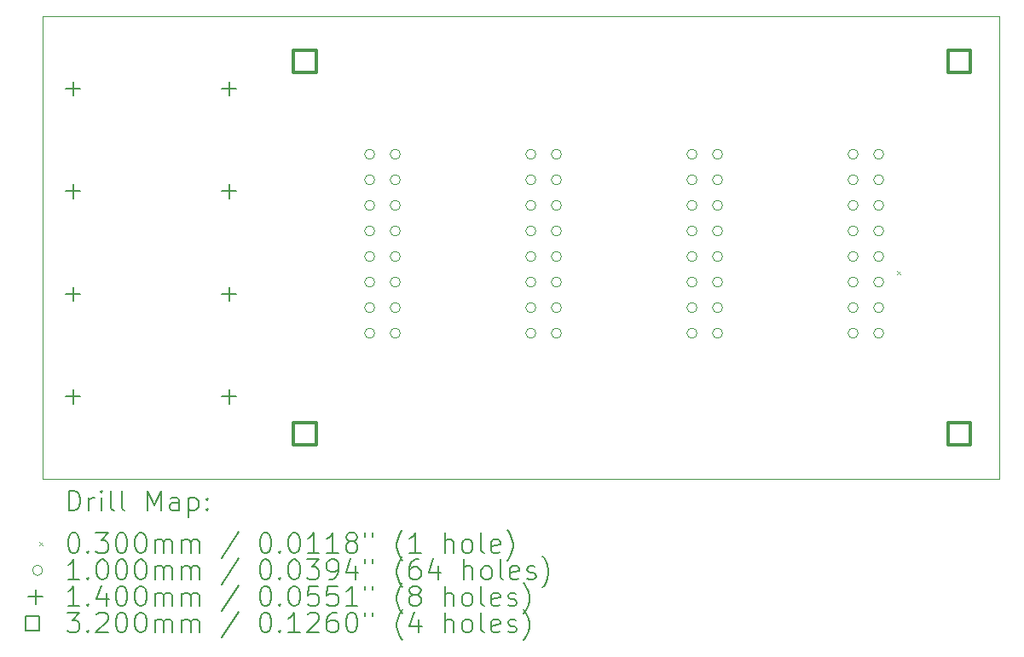
<source format=gbr>
%TF.GenerationSoftware,KiCad,Pcbnew,9.0.7-1.fc42*%
%TF.CreationDate,2026-02-18T17:36:39+01:00*%
%TF.ProjectId,bananabus,62616e61-6e61-4627-9573-2e6b69636164,rev?*%
%TF.SameCoordinates,Original*%
%TF.FileFunction,Drillmap*%
%TF.FilePolarity,Positive*%
%FSLAX45Y45*%
G04 Gerber Fmt 4.5, Leading zero omitted, Abs format (unit mm)*
G04 Created by KiCad (PCBNEW 9.0.7-1.fc42) date 2026-02-18 17:36:39*
%MOMM*%
%LPD*%
G01*
G04 APERTURE LIST*
%ADD10C,0.050000*%
%ADD11C,0.200000*%
%ADD12C,0.100000*%
%ADD13C,0.140000*%
%ADD14C,0.320000*%
G04 APERTURE END LIST*
D10*
X10100000Y-5550000D02*
X19600000Y-5550000D01*
X19600000Y-10150000D01*
X10100000Y-10150000D01*
X10100000Y-5550000D01*
D11*
D12*
X18585000Y-8085000D02*
X18615000Y-8115000D01*
X18615000Y-8085000D02*
X18585000Y-8115000D01*
X13396000Y-6922000D02*
G75*
G02*
X13296000Y-6922000I-50000J0D01*
G01*
X13296000Y-6922000D02*
G75*
G02*
X13396000Y-6922000I50000J0D01*
G01*
X13396000Y-7176000D02*
G75*
G02*
X13296000Y-7176000I-50000J0D01*
G01*
X13296000Y-7176000D02*
G75*
G02*
X13396000Y-7176000I50000J0D01*
G01*
X13396000Y-7430000D02*
G75*
G02*
X13296000Y-7430000I-50000J0D01*
G01*
X13296000Y-7430000D02*
G75*
G02*
X13396000Y-7430000I50000J0D01*
G01*
X13396000Y-7684000D02*
G75*
G02*
X13296000Y-7684000I-50000J0D01*
G01*
X13296000Y-7684000D02*
G75*
G02*
X13396000Y-7684000I50000J0D01*
G01*
X13396000Y-7938000D02*
G75*
G02*
X13296000Y-7938000I-50000J0D01*
G01*
X13296000Y-7938000D02*
G75*
G02*
X13396000Y-7938000I50000J0D01*
G01*
X13396000Y-8192000D02*
G75*
G02*
X13296000Y-8192000I-50000J0D01*
G01*
X13296000Y-8192000D02*
G75*
G02*
X13396000Y-8192000I50000J0D01*
G01*
X13396000Y-8446000D02*
G75*
G02*
X13296000Y-8446000I-50000J0D01*
G01*
X13296000Y-8446000D02*
G75*
G02*
X13396000Y-8446000I50000J0D01*
G01*
X13396000Y-8700000D02*
G75*
G02*
X13296000Y-8700000I-50000J0D01*
G01*
X13296000Y-8700000D02*
G75*
G02*
X13396000Y-8700000I50000J0D01*
G01*
X13650000Y-6922000D02*
G75*
G02*
X13550000Y-6922000I-50000J0D01*
G01*
X13550000Y-6922000D02*
G75*
G02*
X13650000Y-6922000I50000J0D01*
G01*
X13650000Y-7176000D02*
G75*
G02*
X13550000Y-7176000I-50000J0D01*
G01*
X13550000Y-7176000D02*
G75*
G02*
X13650000Y-7176000I50000J0D01*
G01*
X13650000Y-7430000D02*
G75*
G02*
X13550000Y-7430000I-50000J0D01*
G01*
X13550000Y-7430000D02*
G75*
G02*
X13650000Y-7430000I50000J0D01*
G01*
X13650000Y-7684000D02*
G75*
G02*
X13550000Y-7684000I-50000J0D01*
G01*
X13550000Y-7684000D02*
G75*
G02*
X13650000Y-7684000I50000J0D01*
G01*
X13650000Y-7938000D02*
G75*
G02*
X13550000Y-7938000I-50000J0D01*
G01*
X13550000Y-7938000D02*
G75*
G02*
X13650000Y-7938000I50000J0D01*
G01*
X13650000Y-8192000D02*
G75*
G02*
X13550000Y-8192000I-50000J0D01*
G01*
X13550000Y-8192000D02*
G75*
G02*
X13650000Y-8192000I50000J0D01*
G01*
X13650000Y-8446000D02*
G75*
G02*
X13550000Y-8446000I-50000J0D01*
G01*
X13550000Y-8446000D02*
G75*
G02*
X13650000Y-8446000I50000J0D01*
G01*
X13650000Y-8700000D02*
G75*
G02*
X13550000Y-8700000I-50000J0D01*
G01*
X13550000Y-8700000D02*
G75*
G02*
X13650000Y-8700000I50000J0D01*
G01*
X14996000Y-6922000D02*
G75*
G02*
X14896000Y-6922000I-50000J0D01*
G01*
X14896000Y-6922000D02*
G75*
G02*
X14996000Y-6922000I50000J0D01*
G01*
X14996000Y-7176000D02*
G75*
G02*
X14896000Y-7176000I-50000J0D01*
G01*
X14896000Y-7176000D02*
G75*
G02*
X14996000Y-7176000I50000J0D01*
G01*
X14996000Y-7430000D02*
G75*
G02*
X14896000Y-7430000I-50000J0D01*
G01*
X14896000Y-7430000D02*
G75*
G02*
X14996000Y-7430000I50000J0D01*
G01*
X14996000Y-7684000D02*
G75*
G02*
X14896000Y-7684000I-50000J0D01*
G01*
X14896000Y-7684000D02*
G75*
G02*
X14996000Y-7684000I50000J0D01*
G01*
X14996000Y-7938000D02*
G75*
G02*
X14896000Y-7938000I-50000J0D01*
G01*
X14896000Y-7938000D02*
G75*
G02*
X14996000Y-7938000I50000J0D01*
G01*
X14996000Y-8192000D02*
G75*
G02*
X14896000Y-8192000I-50000J0D01*
G01*
X14896000Y-8192000D02*
G75*
G02*
X14996000Y-8192000I50000J0D01*
G01*
X14996000Y-8446000D02*
G75*
G02*
X14896000Y-8446000I-50000J0D01*
G01*
X14896000Y-8446000D02*
G75*
G02*
X14996000Y-8446000I50000J0D01*
G01*
X14996000Y-8700000D02*
G75*
G02*
X14896000Y-8700000I-50000J0D01*
G01*
X14896000Y-8700000D02*
G75*
G02*
X14996000Y-8700000I50000J0D01*
G01*
X15250000Y-6922000D02*
G75*
G02*
X15150000Y-6922000I-50000J0D01*
G01*
X15150000Y-6922000D02*
G75*
G02*
X15250000Y-6922000I50000J0D01*
G01*
X15250000Y-7176000D02*
G75*
G02*
X15150000Y-7176000I-50000J0D01*
G01*
X15150000Y-7176000D02*
G75*
G02*
X15250000Y-7176000I50000J0D01*
G01*
X15250000Y-7430000D02*
G75*
G02*
X15150000Y-7430000I-50000J0D01*
G01*
X15150000Y-7430000D02*
G75*
G02*
X15250000Y-7430000I50000J0D01*
G01*
X15250000Y-7684000D02*
G75*
G02*
X15150000Y-7684000I-50000J0D01*
G01*
X15150000Y-7684000D02*
G75*
G02*
X15250000Y-7684000I50000J0D01*
G01*
X15250000Y-7938000D02*
G75*
G02*
X15150000Y-7938000I-50000J0D01*
G01*
X15150000Y-7938000D02*
G75*
G02*
X15250000Y-7938000I50000J0D01*
G01*
X15250000Y-8192000D02*
G75*
G02*
X15150000Y-8192000I-50000J0D01*
G01*
X15150000Y-8192000D02*
G75*
G02*
X15250000Y-8192000I50000J0D01*
G01*
X15250000Y-8446000D02*
G75*
G02*
X15150000Y-8446000I-50000J0D01*
G01*
X15150000Y-8446000D02*
G75*
G02*
X15250000Y-8446000I50000J0D01*
G01*
X15250000Y-8700000D02*
G75*
G02*
X15150000Y-8700000I-50000J0D01*
G01*
X15150000Y-8700000D02*
G75*
G02*
X15250000Y-8700000I50000J0D01*
G01*
X16596000Y-6922000D02*
G75*
G02*
X16496000Y-6922000I-50000J0D01*
G01*
X16496000Y-6922000D02*
G75*
G02*
X16596000Y-6922000I50000J0D01*
G01*
X16596000Y-7176000D02*
G75*
G02*
X16496000Y-7176000I-50000J0D01*
G01*
X16496000Y-7176000D02*
G75*
G02*
X16596000Y-7176000I50000J0D01*
G01*
X16596000Y-7430000D02*
G75*
G02*
X16496000Y-7430000I-50000J0D01*
G01*
X16496000Y-7430000D02*
G75*
G02*
X16596000Y-7430000I50000J0D01*
G01*
X16596000Y-7684000D02*
G75*
G02*
X16496000Y-7684000I-50000J0D01*
G01*
X16496000Y-7684000D02*
G75*
G02*
X16596000Y-7684000I50000J0D01*
G01*
X16596000Y-7938000D02*
G75*
G02*
X16496000Y-7938000I-50000J0D01*
G01*
X16496000Y-7938000D02*
G75*
G02*
X16596000Y-7938000I50000J0D01*
G01*
X16596000Y-8192000D02*
G75*
G02*
X16496000Y-8192000I-50000J0D01*
G01*
X16496000Y-8192000D02*
G75*
G02*
X16596000Y-8192000I50000J0D01*
G01*
X16596000Y-8446000D02*
G75*
G02*
X16496000Y-8446000I-50000J0D01*
G01*
X16496000Y-8446000D02*
G75*
G02*
X16596000Y-8446000I50000J0D01*
G01*
X16596000Y-8700000D02*
G75*
G02*
X16496000Y-8700000I-50000J0D01*
G01*
X16496000Y-8700000D02*
G75*
G02*
X16596000Y-8700000I50000J0D01*
G01*
X16850000Y-6922000D02*
G75*
G02*
X16750000Y-6922000I-50000J0D01*
G01*
X16750000Y-6922000D02*
G75*
G02*
X16850000Y-6922000I50000J0D01*
G01*
X16850000Y-7176000D02*
G75*
G02*
X16750000Y-7176000I-50000J0D01*
G01*
X16750000Y-7176000D02*
G75*
G02*
X16850000Y-7176000I50000J0D01*
G01*
X16850000Y-7430000D02*
G75*
G02*
X16750000Y-7430000I-50000J0D01*
G01*
X16750000Y-7430000D02*
G75*
G02*
X16850000Y-7430000I50000J0D01*
G01*
X16850000Y-7684000D02*
G75*
G02*
X16750000Y-7684000I-50000J0D01*
G01*
X16750000Y-7684000D02*
G75*
G02*
X16850000Y-7684000I50000J0D01*
G01*
X16850000Y-7938000D02*
G75*
G02*
X16750000Y-7938000I-50000J0D01*
G01*
X16750000Y-7938000D02*
G75*
G02*
X16850000Y-7938000I50000J0D01*
G01*
X16850000Y-8192000D02*
G75*
G02*
X16750000Y-8192000I-50000J0D01*
G01*
X16750000Y-8192000D02*
G75*
G02*
X16850000Y-8192000I50000J0D01*
G01*
X16850000Y-8446000D02*
G75*
G02*
X16750000Y-8446000I-50000J0D01*
G01*
X16750000Y-8446000D02*
G75*
G02*
X16850000Y-8446000I50000J0D01*
G01*
X16850000Y-8700000D02*
G75*
G02*
X16750000Y-8700000I-50000J0D01*
G01*
X16750000Y-8700000D02*
G75*
G02*
X16850000Y-8700000I50000J0D01*
G01*
X18196000Y-6922000D02*
G75*
G02*
X18096000Y-6922000I-50000J0D01*
G01*
X18096000Y-6922000D02*
G75*
G02*
X18196000Y-6922000I50000J0D01*
G01*
X18196000Y-7176000D02*
G75*
G02*
X18096000Y-7176000I-50000J0D01*
G01*
X18096000Y-7176000D02*
G75*
G02*
X18196000Y-7176000I50000J0D01*
G01*
X18196000Y-7430000D02*
G75*
G02*
X18096000Y-7430000I-50000J0D01*
G01*
X18096000Y-7430000D02*
G75*
G02*
X18196000Y-7430000I50000J0D01*
G01*
X18196000Y-7684000D02*
G75*
G02*
X18096000Y-7684000I-50000J0D01*
G01*
X18096000Y-7684000D02*
G75*
G02*
X18196000Y-7684000I50000J0D01*
G01*
X18196000Y-7938000D02*
G75*
G02*
X18096000Y-7938000I-50000J0D01*
G01*
X18096000Y-7938000D02*
G75*
G02*
X18196000Y-7938000I50000J0D01*
G01*
X18196000Y-8192000D02*
G75*
G02*
X18096000Y-8192000I-50000J0D01*
G01*
X18096000Y-8192000D02*
G75*
G02*
X18196000Y-8192000I50000J0D01*
G01*
X18196000Y-8446000D02*
G75*
G02*
X18096000Y-8446000I-50000J0D01*
G01*
X18096000Y-8446000D02*
G75*
G02*
X18196000Y-8446000I50000J0D01*
G01*
X18196000Y-8700000D02*
G75*
G02*
X18096000Y-8700000I-50000J0D01*
G01*
X18096000Y-8700000D02*
G75*
G02*
X18196000Y-8700000I50000J0D01*
G01*
X18450000Y-6922000D02*
G75*
G02*
X18350000Y-6922000I-50000J0D01*
G01*
X18350000Y-6922000D02*
G75*
G02*
X18450000Y-6922000I50000J0D01*
G01*
X18450000Y-7176000D02*
G75*
G02*
X18350000Y-7176000I-50000J0D01*
G01*
X18350000Y-7176000D02*
G75*
G02*
X18450000Y-7176000I50000J0D01*
G01*
X18450000Y-7430000D02*
G75*
G02*
X18350000Y-7430000I-50000J0D01*
G01*
X18350000Y-7430000D02*
G75*
G02*
X18450000Y-7430000I50000J0D01*
G01*
X18450000Y-7684000D02*
G75*
G02*
X18350000Y-7684000I-50000J0D01*
G01*
X18350000Y-7684000D02*
G75*
G02*
X18450000Y-7684000I50000J0D01*
G01*
X18450000Y-7938000D02*
G75*
G02*
X18350000Y-7938000I-50000J0D01*
G01*
X18350000Y-7938000D02*
G75*
G02*
X18450000Y-7938000I50000J0D01*
G01*
X18450000Y-8192000D02*
G75*
G02*
X18350000Y-8192000I-50000J0D01*
G01*
X18350000Y-8192000D02*
G75*
G02*
X18450000Y-8192000I50000J0D01*
G01*
X18450000Y-8446000D02*
G75*
G02*
X18350000Y-8446000I-50000J0D01*
G01*
X18350000Y-8446000D02*
G75*
G02*
X18450000Y-8446000I50000J0D01*
G01*
X18450000Y-8700000D02*
G75*
G02*
X18350000Y-8700000I-50000J0D01*
G01*
X18350000Y-8700000D02*
G75*
G02*
X18450000Y-8700000I50000J0D01*
G01*
D13*
X10400000Y-6200000D02*
X10400000Y-6340000D01*
X10330000Y-6270000D02*
X10470000Y-6270000D01*
X10400000Y-7220000D02*
X10400000Y-7360000D01*
X10330000Y-7290000D02*
X10470000Y-7290000D01*
X10400000Y-8240000D02*
X10400000Y-8380000D01*
X10330000Y-8310000D02*
X10470000Y-8310000D01*
X10400000Y-9260000D02*
X10400000Y-9400000D01*
X10330000Y-9330000D02*
X10470000Y-9330000D01*
X11950000Y-6200000D02*
X11950000Y-6340000D01*
X11880000Y-6270000D02*
X12020000Y-6270000D01*
X11950000Y-7220000D02*
X11950000Y-7360000D01*
X11880000Y-7290000D02*
X12020000Y-7290000D01*
X11950000Y-8240000D02*
X11950000Y-8380000D01*
X11880000Y-8310000D02*
X12020000Y-8310000D01*
X11950000Y-9260000D02*
X11950000Y-9400000D01*
X11880000Y-9330000D02*
X12020000Y-9330000D01*
D14*
X12813138Y-6113138D02*
X12813138Y-5886862D01*
X12586862Y-5886862D01*
X12586862Y-6113138D01*
X12813138Y-6113138D01*
X12813138Y-9813138D02*
X12813138Y-9586862D01*
X12586862Y-9586862D01*
X12586862Y-9813138D01*
X12813138Y-9813138D01*
X19313138Y-6113138D02*
X19313138Y-5886862D01*
X19086862Y-5886862D01*
X19086862Y-6113138D01*
X19313138Y-6113138D01*
X19313138Y-9813138D02*
X19313138Y-9586862D01*
X19086862Y-9586862D01*
X19086862Y-9813138D01*
X19313138Y-9813138D01*
D11*
X10358277Y-10463984D02*
X10358277Y-10263984D01*
X10358277Y-10263984D02*
X10405896Y-10263984D01*
X10405896Y-10263984D02*
X10434467Y-10273508D01*
X10434467Y-10273508D02*
X10453515Y-10292555D01*
X10453515Y-10292555D02*
X10463039Y-10311603D01*
X10463039Y-10311603D02*
X10472563Y-10349698D01*
X10472563Y-10349698D02*
X10472563Y-10378270D01*
X10472563Y-10378270D02*
X10463039Y-10416365D01*
X10463039Y-10416365D02*
X10453515Y-10435412D01*
X10453515Y-10435412D02*
X10434467Y-10454460D01*
X10434467Y-10454460D02*
X10405896Y-10463984D01*
X10405896Y-10463984D02*
X10358277Y-10463984D01*
X10558277Y-10463984D02*
X10558277Y-10330650D01*
X10558277Y-10368746D02*
X10567801Y-10349698D01*
X10567801Y-10349698D02*
X10577324Y-10340174D01*
X10577324Y-10340174D02*
X10596372Y-10330650D01*
X10596372Y-10330650D02*
X10615420Y-10330650D01*
X10682086Y-10463984D02*
X10682086Y-10330650D01*
X10682086Y-10263984D02*
X10672563Y-10273508D01*
X10672563Y-10273508D02*
X10682086Y-10283031D01*
X10682086Y-10283031D02*
X10691610Y-10273508D01*
X10691610Y-10273508D02*
X10682086Y-10263984D01*
X10682086Y-10263984D02*
X10682086Y-10283031D01*
X10805896Y-10463984D02*
X10786848Y-10454460D01*
X10786848Y-10454460D02*
X10777324Y-10435412D01*
X10777324Y-10435412D02*
X10777324Y-10263984D01*
X10910658Y-10463984D02*
X10891610Y-10454460D01*
X10891610Y-10454460D02*
X10882086Y-10435412D01*
X10882086Y-10435412D02*
X10882086Y-10263984D01*
X11139229Y-10463984D02*
X11139229Y-10263984D01*
X11139229Y-10263984D02*
X11205896Y-10406841D01*
X11205896Y-10406841D02*
X11272562Y-10263984D01*
X11272562Y-10263984D02*
X11272562Y-10463984D01*
X11453515Y-10463984D02*
X11453515Y-10359222D01*
X11453515Y-10359222D02*
X11443991Y-10340174D01*
X11443991Y-10340174D02*
X11424943Y-10330650D01*
X11424943Y-10330650D02*
X11386848Y-10330650D01*
X11386848Y-10330650D02*
X11367801Y-10340174D01*
X11453515Y-10454460D02*
X11434467Y-10463984D01*
X11434467Y-10463984D02*
X11386848Y-10463984D01*
X11386848Y-10463984D02*
X11367801Y-10454460D01*
X11367801Y-10454460D02*
X11358277Y-10435412D01*
X11358277Y-10435412D02*
X11358277Y-10416365D01*
X11358277Y-10416365D02*
X11367801Y-10397317D01*
X11367801Y-10397317D02*
X11386848Y-10387793D01*
X11386848Y-10387793D02*
X11434467Y-10387793D01*
X11434467Y-10387793D02*
X11453515Y-10378270D01*
X11548753Y-10330650D02*
X11548753Y-10530650D01*
X11548753Y-10340174D02*
X11567801Y-10330650D01*
X11567801Y-10330650D02*
X11605896Y-10330650D01*
X11605896Y-10330650D02*
X11624943Y-10340174D01*
X11624943Y-10340174D02*
X11634467Y-10349698D01*
X11634467Y-10349698D02*
X11643991Y-10368746D01*
X11643991Y-10368746D02*
X11643991Y-10425889D01*
X11643991Y-10425889D02*
X11634467Y-10444936D01*
X11634467Y-10444936D02*
X11624943Y-10454460D01*
X11624943Y-10454460D02*
X11605896Y-10463984D01*
X11605896Y-10463984D02*
X11567801Y-10463984D01*
X11567801Y-10463984D02*
X11548753Y-10454460D01*
X11729705Y-10444936D02*
X11739229Y-10454460D01*
X11739229Y-10454460D02*
X11729705Y-10463984D01*
X11729705Y-10463984D02*
X11720182Y-10454460D01*
X11720182Y-10454460D02*
X11729705Y-10444936D01*
X11729705Y-10444936D02*
X11729705Y-10463984D01*
X11729705Y-10340174D02*
X11739229Y-10349698D01*
X11739229Y-10349698D02*
X11729705Y-10359222D01*
X11729705Y-10359222D02*
X11720182Y-10349698D01*
X11720182Y-10349698D02*
X11729705Y-10340174D01*
X11729705Y-10340174D02*
X11729705Y-10359222D01*
D12*
X10067500Y-10777500D02*
X10097500Y-10807500D01*
X10097500Y-10777500D02*
X10067500Y-10807500D01*
D11*
X10396372Y-10683984D02*
X10415420Y-10683984D01*
X10415420Y-10683984D02*
X10434467Y-10693508D01*
X10434467Y-10693508D02*
X10443991Y-10703031D01*
X10443991Y-10703031D02*
X10453515Y-10722079D01*
X10453515Y-10722079D02*
X10463039Y-10760174D01*
X10463039Y-10760174D02*
X10463039Y-10807793D01*
X10463039Y-10807793D02*
X10453515Y-10845889D01*
X10453515Y-10845889D02*
X10443991Y-10864936D01*
X10443991Y-10864936D02*
X10434467Y-10874460D01*
X10434467Y-10874460D02*
X10415420Y-10883984D01*
X10415420Y-10883984D02*
X10396372Y-10883984D01*
X10396372Y-10883984D02*
X10377324Y-10874460D01*
X10377324Y-10874460D02*
X10367801Y-10864936D01*
X10367801Y-10864936D02*
X10358277Y-10845889D01*
X10358277Y-10845889D02*
X10348753Y-10807793D01*
X10348753Y-10807793D02*
X10348753Y-10760174D01*
X10348753Y-10760174D02*
X10358277Y-10722079D01*
X10358277Y-10722079D02*
X10367801Y-10703031D01*
X10367801Y-10703031D02*
X10377324Y-10693508D01*
X10377324Y-10693508D02*
X10396372Y-10683984D01*
X10548753Y-10864936D02*
X10558277Y-10874460D01*
X10558277Y-10874460D02*
X10548753Y-10883984D01*
X10548753Y-10883984D02*
X10539229Y-10874460D01*
X10539229Y-10874460D02*
X10548753Y-10864936D01*
X10548753Y-10864936D02*
X10548753Y-10883984D01*
X10624944Y-10683984D02*
X10748753Y-10683984D01*
X10748753Y-10683984D02*
X10682086Y-10760174D01*
X10682086Y-10760174D02*
X10710658Y-10760174D01*
X10710658Y-10760174D02*
X10729705Y-10769698D01*
X10729705Y-10769698D02*
X10739229Y-10779222D01*
X10739229Y-10779222D02*
X10748753Y-10798270D01*
X10748753Y-10798270D02*
X10748753Y-10845889D01*
X10748753Y-10845889D02*
X10739229Y-10864936D01*
X10739229Y-10864936D02*
X10729705Y-10874460D01*
X10729705Y-10874460D02*
X10710658Y-10883984D01*
X10710658Y-10883984D02*
X10653515Y-10883984D01*
X10653515Y-10883984D02*
X10634467Y-10874460D01*
X10634467Y-10874460D02*
X10624944Y-10864936D01*
X10872563Y-10683984D02*
X10891610Y-10683984D01*
X10891610Y-10683984D02*
X10910658Y-10693508D01*
X10910658Y-10693508D02*
X10920182Y-10703031D01*
X10920182Y-10703031D02*
X10929705Y-10722079D01*
X10929705Y-10722079D02*
X10939229Y-10760174D01*
X10939229Y-10760174D02*
X10939229Y-10807793D01*
X10939229Y-10807793D02*
X10929705Y-10845889D01*
X10929705Y-10845889D02*
X10920182Y-10864936D01*
X10920182Y-10864936D02*
X10910658Y-10874460D01*
X10910658Y-10874460D02*
X10891610Y-10883984D01*
X10891610Y-10883984D02*
X10872563Y-10883984D01*
X10872563Y-10883984D02*
X10853515Y-10874460D01*
X10853515Y-10874460D02*
X10843991Y-10864936D01*
X10843991Y-10864936D02*
X10834467Y-10845889D01*
X10834467Y-10845889D02*
X10824944Y-10807793D01*
X10824944Y-10807793D02*
X10824944Y-10760174D01*
X10824944Y-10760174D02*
X10834467Y-10722079D01*
X10834467Y-10722079D02*
X10843991Y-10703031D01*
X10843991Y-10703031D02*
X10853515Y-10693508D01*
X10853515Y-10693508D02*
X10872563Y-10683984D01*
X11063039Y-10683984D02*
X11082086Y-10683984D01*
X11082086Y-10683984D02*
X11101134Y-10693508D01*
X11101134Y-10693508D02*
X11110658Y-10703031D01*
X11110658Y-10703031D02*
X11120182Y-10722079D01*
X11120182Y-10722079D02*
X11129705Y-10760174D01*
X11129705Y-10760174D02*
X11129705Y-10807793D01*
X11129705Y-10807793D02*
X11120182Y-10845889D01*
X11120182Y-10845889D02*
X11110658Y-10864936D01*
X11110658Y-10864936D02*
X11101134Y-10874460D01*
X11101134Y-10874460D02*
X11082086Y-10883984D01*
X11082086Y-10883984D02*
X11063039Y-10883984D01*
X11063039Y-10883984D02*
X11043991Y-10874460D01*
X11043991Y-10874460D02*
X11034467Y-10864936D01*
X11034467Y-10864936D02*
X11024944Y-10845889D01*
X11024944Y-10845889D02*
X11015420Y-10807793D01*
X11015420Y-10807793D02*
X11015420Y-10760174D01*
X11015420Y-10760174D02*
X11024944Y-10722079D01*
X11024944Y-10722079D02*
X11034467Y-10703031D01*
X11034467Y-10703031D02*
X11043991Y-10693508D01*
X11043991Y-10693508D02*
X11063039Y-10683984D01*
X11215420Y-10883984D02*
X11215420Y-10750650D01*
X11215420Y-10769698D02*
X11224943Y-10760174D01*
X11224943Y-10760174D02*
X11243991Y-10750650D01*
X11243991Y-10750650D02*
X11272563Y-10750650D01*
X11272563Y-10750650D02*
X11291610Y-10760174D01*
X11291610Y-10760174D02*
X11301134Y-10779222D01*
X11301134Y-10779222D02*
X11301134Y-10883984D01*
X11301134Y-10779222D02*
X11310658Y-10760174D01*
X11310658Y-10760174D02*
X11329705Y-10750650D01*
X11329705Y-10750650D02*
X11358277Y-10750650D01*
X11358277Y-10750650D02*
X11377324Y-10760174D01*
X11377324Y-10760174D02*
X11386848Y-10779222D01*
X11386848Y-10779222D02*
X11386848Y-10883984D01*
X11482086Y-10883984D02*
X11482086Y-10750650D01*
X11482086Y-10769698D02*
X11491610Y-10760174D01*
X11491610Y-10760174D02*
X11510658Y-10750650D01*
X11510658Y-10750650D02*
X11539229Y-10750650D01*
X11539229Y-10750650D02*
X11558277Y-10760174D01*
X11558277Y-10760174D02*
X11567801Y-10779222D01*
X11567801Y-10779222D02*
X11567801Y-10883984D01*
X11567801Y-10779222D02*
X11577324Y-10760174D01*
X11577324Y-10760174D02*
X11596372Y-10750650D01*
X11596372Y-10750650D02*
X11624943Y-10750650D01*
X11624943Y-10750650D02*
X11643991Y-10760174D01*
X11643991Y-10760174D02*
X11653515Y-10779222D01*
X11653515Y-10779222D02*
X11653515Y-10883984D01*
X12043991Y-10674460D02*
X11872563Y-10931603D01*
X12301134Y-10683984D02*
X12320182Y-10683984D01*
X12320182Y-10683984D02*
X12339229Y-10693508D01*
X12339229Y-10693508D02*
X12348753Y-10703031D01*
X12348753Y-10703031D02*
X12358277Y-10722079D01*
X12358277Y-10722079D02*
X12367801Y-10760174D01*
X12367801Y-10760174D02*
X12367801Y-10807793D01*
X12367801Y-10807793D02*
X12358277Y-10845889D01*
X12358277Y-10845889D02*
X12348753Y-10864936D01*
X12348753Y-10864936D02*
X12339229Y-10874460D01*
X12339229Y-10874460D02*
X12320182Y-10883984D01*
X12320182Y-10883984D02*
X12301134Y-10883984D01*
X12301134Y-10883984D02*
X12282086Y-10874460D01*
X12282086Y-10874460D02*
X12272563Y-10864936D01*
X12272563Y-10864936D02*
X12263039Y-10845889D01*
X12263039Y-10845889D02*
X12253515Y-10807793D01*
X12253515Y-10807793D02*
X12253515Y-10760174D01*
X12253515Y-10760174D02*
X12263039Y-10722079D01*
X12263039Y-10722079D02*
X12272563Y-10703031D01*
X12272563Y-10703031D02*
X12282086Y-10693508D01*
X12282086Y-10693508D02*
X12301134Y-10683984D01*
X12453515Y-10864936D02*
X12463039Y-10874460D01*
X12463039Y-10874460D02*
X12453515Y-10883984D01*
X12453515Y-10883984D02*
X12443991Y-10874460D01*
X12443991Y-10874460D02*
X12453515Y-10864936D01*
X12453515Y-10864936D02*
X12453515Y-10883984D01*
X12586848Y-10683984D02*
X12605896Y-10683984D01*
X12605896Y-10683984D02*
X12624944Y-10693508D01*
X12624944Y-10693508D02*
X12634467Y-10703031D01*
X12634467Y-10703031D02*
X12643991Y-10722079D01*
X12643991Y-10722079D02*
X12653515Y-10760174D01*
X12653515Y-10760174D02*
X12653515Y-10807793D01*
X12653515Y-10807793D02*
X12643991Y-10845889D01*
X12643991Y-10845889D02*
X12634467Y-10864936D01*
X12634467Y-10864936D02*
X12624944Y-10874460D01*
X12624944Y-10874460D02*
X12605896Y-10883984D01*
X12605896Y-10883984D02*
X12586848Y-10883984D01*
X12586848Y-10883984D02*
X12567801Y-10874460D01*
X12567801Y-10874460D02*
X12558277Y-10864936D01*
X12558277Y-10864936D02*
X12548753Y-10845889D01*
X12548753Y-10845889D02*
X12539229Y-10807793D01*
X12539229Y-10807793D02*
X12539229Y-10760174D01*
X12539229Y-10760174D02*
X12548753Y-10722079D01*
X12548753Y-10722079D02*
X12558277Y-10703031D01*
X12558277Y-10703031D02*
X12567801Y-10693508D01*
X12567801Y-10693508D02*
X12586848Y-10683984D01*
X12843991Y-10883984D02*
X12729706Y-10883984D01*
X12786848Y-10883984D02*
X12786848Y-10683984D01*
X12786848Y-10683984D02*
X12767801Y-10712555D01*
X12767801Y-10712555D02*
X12748753Y-10731603D01*
X12748753Y-10731603D02*
X12729706Y-10741127D01*
X13034467Y-10883984D02*
X12920182Y-10883984D01*
X12977325Y-10883984D02*
X12977325Y-10683984D01*
X12977325Y-10683984D02*
X12958277Y-10712555D01*
X12958277Y-10712555D02*
X12939229Y-10731603D01*
X12939229Y-10731603D02*
X12920182Y-10741127D01*
X13148753Y-10769698D02*
X13129706Y-10760174D01*
X13129706Y-10760174D02*
X13120182Y-10750650D01*
X13120182Y-10750650D02*
X13110658Y-10731603D01*
X13110658Y-10731603D02*
X13110658Y-10722079D01*
X13110658Y-10722079D02*
X13120182Y-10703031D01*
X13120182Y-10703031D02*
X13129706Y-10693508D01*
X13129706Y-10693508D02*
X13148753Y-10683984D01*
X13148753Y-10683984D02*
X13186848Y-10683984D01*
X13186848Y-10683984D02*
X13205896Y-10693508D01*
X13205896Y-10693508D02*
X13215420Y-10703031D01*
X13215420Y-10703031D02*
X13224944Y-10722079D01*
X13224944Y-10722079D02*
X13224944Y-10731603D01*
X13224944Y-10731603D02*
X13215420Y-10750650D01*
X13215420Y-10750650D02*
X13205896Y-10760174D01*
X13205896Y-10760174D02*
X13186848Y-10769698D01*
X13186848Y-10769698D02*
X13148753Y-10769698D01*
X13148753Y-10769698D02*
X13129706Y-10779222D01*
X13129706Y-10779222D02*
X13120182Y-10788746D01*
X13120182Y-10788746D02*
X13110658Y-10807793D01*
X13110658Y-10807793D02*
X13110658Y-10845889D01*
X13110658Y-10845889D02*
X13120182Y-10864936D01*
X13120182Y-10864936D02*
X13129706Y-10874460D01*
X13129706Y-10874460D02*
X13148753Y-10883984D01*
X13148753Y-10883984D02*
X13186848Y-10883984D01*
X13186848Y-10883984D02*
X13205896Y-10874460D01*
X13205896Y-10874460D02*
X13215420Y-10864936D01*
X13215420Y-10864936D02*
X13224944Y-10845889D01*
X13224944Y-10845889D02*
X13224944Y-10807793D01*
X13224944Y-10807793D02*
X13215420Y-10788746D01*
X13215420Y-10788746D02*
X13205896Y-10779222D01*
X13205896Y-10779222D02*
X13186848Y-10769698D01*
X13301134Y-10683984D02*
X13301134Y-10722079D01*
X13377325Y-10683984D02*
X13377325Y-10722079D01*
X13672563Y-10960174D02*
X13663039Y-10950650D01*
X13663039Y-10950650D02*
X13643991Y-10922079D01*
X13643991Y-10922079D02*
X13634468Y-10903031D01*
X13634468Y-10903031D02*
X13624944Y-10874460D01*
X13624944Y-10874460D02*
X13615420Y-10826841D01*
X13615420Y-10826841D02*
X13615420Y-10788746D01*
X13615420Y-10788746D02*
X13624944Y-10741127D01*
X13624944Y-10741127D02*
X13634468Y-10712555D01*
X13634468Y-10712555D02*
X13643991Y-10693508D01*
X13643991Y-10693508D02*
X13663039Y-10664936D01*
X13663039Y-10664936D02*
X13672563Y-10655412D01*
X13853515Y-10883984D02*
X13739229Y-10883984D01*
X13796372Y-10883984D02*
X13796372Y-10683984D01*
X13796372Y-10683984D02*
X13777325Y-10712555D01*
X13777325Y-10712555D02*
X13758277Y-10731603D01*
X13758277Y-10731603D02*
X13739229Y-10741127D01*
X14091610Y-10883984D02*
X14091610Y-10683984D01*
X14177325Y-10883984D02*
X14177325Y-10779222D01*
X14177325Y-10779222D02*
X14167801Y-10760174D01*
X14167801Y-10760174D02*
X14148753Y-10750650D01*
X14148753Y-10750650D02*
X14120182Y-10750650D01*
X14120182Y-10750650D02*
X14101134Y-10760174D01*
X14101134Y-10760174D02*
X14091610Y-10769698D01*
X14301134Y-10883984D02*
X14282087Y-10874460D01*
X14282087Y-10874460D02*
X14272563Y-10864936D01*
X14272563Y-10864936D02*
X14263039Y-10845889D01*
X14263039Y-10845889D02*
X14263039Y-10788746D01*
X14263039Y-10788746D02*
X14272563Y-10769698D01*
X14272563Y-10769698D02*
X14282087Y-10760174D01*
X14282087Y-10760174D02*
X14301134Y-10750650D01*
X14301134Y-10750650D02*
X14329706Y-10750650D01*
X14329706Y-10750650D02*
X14348753Y-10760174D01*
X14348753Y-10760174D02*
X14358277Y-10769698D01*
X14358277Y-10769698D02*
X14367801Y-10788746D01*
X14367801Y-10788746D02*
X14367801Y-10845889D01*
X14367801Y-10845889D02*
X14358277Y-10864936D01*
X14358277Y-10864936D02*
X14348753Y-10874460D01*
X14348753Y-10874460D02*
X14329706Y-10883984D01*
X14329706Y-10883984D02*
X14301134Y-10883984D01*
X14482087Y-10883984D02*
X14463039Y-10874460D01*
X14463039Y-10874460D02*
X14453515Y-10855412D01*
X14453515Y-10855412D02*
X14453515Y-10683984D01*
X14634468Y-10874460D02*
X14615420Y-10883984D01*
X14615420Y-10883984D02*
X14577325Y-10883984D01*
X14577325Y-10883984D02*
X14558277Y-10874460D01*
X14558277Y-10874460D02*
X14548753Y-10855412D01*
X14548753Y-10855412D02*
X14548753Y-10779222D01*
X14548753Y-10779222D02*
X14558277Y-10760174D01*
X14558277Y-10760174D02*
X14577325Y-10750650D01*
X14577325Y-10750650D02*
X14615420Y-10750650D01*
X14615420Y-10750650D02*
X14634468Y-10760174D01*
X14634468Y-10760174D02*
X14643991Y-10779222D01*
X14643991Y-10779222D02*
X14643991Y-10798270D01*
X14643991Y-10798270D02*
X14548753Y-10817317D01*
X14710658Y-10960174D02*
X14720182Y-10950650D01*
X14720182Y-10950650D02*
X14739230Y-10922079D01*
X14739230Y-10922079D02*
X14748753Y-10903031D01*
X14748753Y-10903031D02*
X14758277Y-10874460D01*
X14758277Y-10874460D02*
X14767801Y-10826841D01*
X14767801Y-10826841D02*
X14767801Y-10788746D01*
X14767801Y-10788746D02*
X14758277Y-10741127D01*
X14758277Y-10741127D02*
X14748753Y-10712555D01*
X14748753Y-10712555D02*
X14739230Y-10693508D01*
X14739230Y-10693508D02*
X14720182Y-10664936D01*
X14720182Y-10664936D02*
X14710658Y-10655412D01*
D12*
X10097500Y-11056500D02*
G75*
G02*
X9997500Y-11056500I-50000J0D01*
G01*
X9997500Y-11056500D02*
G75*
G02*
X10097500Y-11056500I50000J0D01*
G01*
D11*
X10463039Y-11147984D02*
X10348753Y-11147984D01*
X10405896Y-11147984D02*
X10405896Y-10947984D01*
X10405896Y-10947984D02*
X10386848Y-10976555D01*
X10386848Y-10976555D02*
X10367801Y-10995603D01*
X10367801Y-10995603D02*
X10348753Y-11005127D01*
X10548753Y-11128936D02*
X10558277Y-11138460D01*
X10558277Y-11138460D02*
X10548753Y-11147984D01*
X10548753Y-11147984D02*
X10539229Y-11138460D01*
X10539229Y-11138460D02*
X10548753Y-11128936D01*
X10548753Y-11128936D02*
X10548753Y-11147984D01*
X10682086Y-10947984D02*
X10701134Y-10947984D01*
X10701134Y-10947984D02*
X10720182Y-10957508D01*
X10720182Y-10957508D02*
X10729705Y-10967031D01*
X10729705Y-10967031D02*
X10739229Y-10986079D01*
X10739229Y-10986079D02*
X10748753Y-11024174D01*
X10748753Y-11024174D02*
X10748753Y-11071793D01*
X10748753Y-11071793D02*
X10739229Y-11109889D01*
X10739229Y-11109889D02*
X10729705Y-11128936D01*
X10729705Y-11128936D02*
X10720182Y-11138460D01*
X10720182Y-11138460D02*
X10701134Y-11147984D01*
X10701134Y-11147984D02*
X10682086Y-11147984D01*
X10682086Y-11147984D02*
X10663039Y-11138460D01*
X10663039Y-11138460D02*
X10653515Y-11128936D01*
X10653515Y-11128936D02*
X10643991Y-11109889D01*
X10643991Y-11109889D02*
X10634467Y-11071793D01*
X10634467Y-11071793D02*
X10634467Y-11024174D01*
X10634467Y-11024174D02*
X10643991Y-10986079D01*
X10643991Y-10986079D02*
X10653515Y-10967031D01*
X10653515Y-10967031D02*
X10663039Y-10957508D01*
X10663039Y-10957508D02*
X10682086Y-10947984D01*
X10872563Y-10947984D02*
X10891610Y-10947984D01*
X10891610Y-10947984D02*
X10910658Y-10957508D01*
X10910658Y-10957508D02*
X10920182Y-10967031D01*
X10920182Y-10967031D02*
X10929705Y-10986079D01*
X10929705Y-10986079D02*
X10939229Y-11024174D01*
X10939229Y-11024174D02*
X10939229Y-11071793D01*
X10939229Y-11071793D02*
X10929705Y-11109889D01*
X10929705Y-11109889D02*
X10920182Y-11128936D01*
X10920182Y-11128936D02*
X10910658Y-11138460D01*
X10910658Y-11138460D02*
X10891610Y-11147984D01*
X10891610Y-11147984D02*
X10872563Y-11147984D01*
X10872563Y-11147984D02*
X10853515Y-11138460D01*
X10853515Y-11138460D02*
X10843991Y-11128936D01*
X10843991Y-11128936D02*
X10834467Y-11109889D01*
X10834467Y-11109889D02*
X10824944Y-11071793D01*
X10824944Y-11071793D02*
X10824944Y-11024174D01*
X10824944Y-11024174D02*
X10834467Y-10986079D01*
X10834467Y-10986079D02*
X10843991Y-10967031D01*
X10843991Y-10967031D02*
X10853515Y-10957508D01*
X10853515Y-10957508D02*
X10872563Y-10947984D01*
X11063039Y-10947984D02*
X11082086Y-10947984D01*
X11082086Y-10947984D02*
X11101134Y-10957508D01*
X11101134Y-10957508D02*
X11110658Y-10967031D01*
X11110658Y-10967031D02*
X11120182Y-10986079D01*
X11120182Y-10986079D02*
X11129705Y-11024174D01*
X11129705Y-11024174D02*
X11129705Y-11071793D01*
X11129705Y-11071793D02*
X11120182Y-11109889D01*
X11120182Y-11109889D02*
X11110658Y-11128936D01*
X11110658Y-11128936D02*
X11101134Y-11138460D01*
X11101134Y-11138460D02*
X11082086Y-11147984D01*
X11082086Y-11147984D02*
X11063039Y-11147984D01*
X11063039Y-11147984D02*
X11043991Y-11138460D01*
X11043991Y-11138460D02*
X11034467Y-11128936D01*
X11034467Y-11128936D02*
X11024944Y-11109889D01*
X11024944Y-11109889D02*
X11015420Y-11071793D01*
X11015420Y-11071793D02*
X11015420Y-11024174D01*
X11015420Y-11024174D02*
X11024944Y-10986079D01*
X11024944Y-10986079D02*
X11034467Y-10967031D01*
X11034467Y-10967031D02*
X11043991Y-10957508D01*
X11043991Y-10957508D02*
X11063039Y-10947984D01*
X11215420Y-11147984D02*
X11215420Y-11014650D01*
X11215420Y-11033698D02*
X11224943Y-11024174D01*
X11224943Y-11024174D02*
X11243991Y-11014650D01*
X11243991Y-11014650D02*
X11272563Y-11014650D01*
X11272563Y-11014650D02*
X11291610Y-11024174D01*
X11291610Y-11024174D02*
X11301134Y-11043222D01*
X11301134Y-11043222D02*
X11301134Y-11147984D01*
X11301134Y-11043222D02*
X11310658Y-11024174D01*
X11310658Y-11024174D02*
X11329705Y-11014650D01*
X11329705Y-11014650D02*
X11358277Y-11014650D01*
X11358277Y-11014650D02*
X11377324Y-11024174D01*
X11377324Y-11024174D02*
X11386848Y-11043222D01*
X11386848Y-11043222D02*
X11386848Y-11147984D01*
X11482086Y-11147984D02*
X11482086Y-11014650D01*
X11482086Y-11033698D02*
X11491610Y-11024174D01*
X11491610Y-11024174D02*
X11510658Y-11014650D01*
X11510658Y-11014650D02*
X11539229Y-11014650D01*
X11539229Y-11014650D02*
X11558277Y-11024174D01*
X11558277Y-11024174D02*
X11567801Y-11043222D01*
X11567801Y-11043222D02*
X11567801Y-11147984D01*
X11567801Y-11043222D02*
X11577324Y-11024174D01*
X11577324Y-11024174D02*
X11596372Y-11014650D01*
X11596372Y-11014650D02*
X11624943Y-11014650D01*
X11624943Y-11014650D02*
X11643991Y-11024174D01*
X11643991Y-11024174D02*
X11653515Y-11043222D01*
X11653515Y-11043222D02*
X11653515Y-11147984D01*
X12043991Y-10938460D02*
X11872563Y-11195603D01*
X12301134Y-10947984D02*
X12320182Y-10947984D01*
X12320182Y-10947984D02*
X12339229Y-10957508D01*
X12339229Y-10957508D02*
X12348753Y-10967031D01*
X12348753Y-10967031D02*
X12358277Y-10986079D01*
X12358277Y-10986079D02*
X12367801Y-11024174D01*
X12367801Y-11024174D02*
X12367801Y-11071793D01*
X12367801Y-11071793D02*
X12358277Y-11109889D01*
X12358277Y-11109889D02*
X12348753Y-11128936D01*
X12348753Y-11128936D02*
X12339229Y-11138460D01*
X12339229Y-11138460D02*
X12320182Y-11147984D01*
X12320182Y-11147984D02*
X12301134Y-11147984D01*
X12301134Y-11147984D02*
X12282086Y-11138460D01*
X12282086Y-11138460D02*
X12272563Y-11128936D01*
X12272563Y-11128936D02*
X12263039Y-11109889D01*
X12263039Y-11109889D02*
X12253515Y-11071793D01*
X12253515Y-11071793D02*
X12253515Y-11024174D01*
X12253515Y-11024174D02*
X12263039Y-10986079D01*
X12263039Y-10986079D02*
X12272563Y-10967031D01*
X12272563Y-10967031D02*
X12282086Y-10957508D01*
X12282086Y-10957508D02*
X12301134Y-10947984D01*
X12453515Y-11128936D02*
X12463039Y-11138460D01*
X12463039Y-11138460D02*
X12453515Y-11147984D01*
X12453515Y-11147984D02*
X12443991Y-11138460D01*
X12443991Y-11138460D02*
X12453515Y-11128936D01*
X12453515Y-11128936D02*
X12453515Y-11147984D01*
X12586848Y-10947984D02*
X12605896Y-10947984D01*
X12605896Y-10947984D02*
X12624944Y-10957508D01*
X12624944Y-10957508D02*
X12634467Y-10967031D01*
X12634467Y-10967031D02*
X12643991Y-10986079D01*
X12643991Y-10986079D02*
X12653515Y-11024174D01*
X12653515Y-11024174D02*
X12653515Y-11071793D01*
X12653515Y-11071793D02*
X12643991Y-11109889D01*
X12643991Y-11109889D02*
X12634467Y-11128936D01*
X12634467Y-11128936D02*
X12624944Y-11138460D01*
X12624944Y-11138460D02*
X12605896Y-11147984D01*
X12605896Y-11147984D02*
X12586848Y-11147984D01*
X12586848Y-11147984D02*
X12567801Y-11138460D01*
X12567801Y-11138460D02*
X12558277Y-11128936D01*
X12558277Y-11128936D02*
X12548753Y-11109889D01*
X12548753Y-11109889D02*
X12539229Y-11071793D01*
X12539229Y-11071793D02*
X12539229Y-11024174D01*
X12539229Y-11024174D02*
X12548753Y-10986079D01*
X12548753Y-10986079D02*
X12558277Y-10967031D01*
X12558277Y-10967031D02*
X12567801Y-10957508D01*
X12567801Y-10957508D02*
X12586848Y-10947984D01*
X12720182Y-10947984D02*
X12843991Y-10947984D01*
X12843991Y-10947984D02*
X12777325Y-11024174D01*
X12777325Y-11024174D02*
X12805896Y-11024174D01*
X12805896Y-11024174D02*
X12824944Y-11033698D01*
X12824944Y-11033698D02*
X12834467Y-11043222D01*
X12834467Y-11043222D02*
X12843991Y-11062270D01*
X12843991Y-11062270D02*
X12843991Y-11109889D01*
X12843991Y-11109889D02*
X12834467Y-11128936D01*
X12834467Y-11128936D02*
X12824944Y-11138460D01*
X12824944Y-11138460D02*
X12805896Y-11147984D01*
X12805896Y-11147984D02*
X12748753Y-11147984D01*
X12748753Y-11147984D02*
X12729706Y-11138460D01*
X12729706Y-11138460D02*
X12720182Y-11128936D01*
X12939229Y-11147984D02*
X12977325Y-11147984D01*
X12977325Y-11147984D02*
X12996372Y-11138460D01*
X12996372Y-11138460D02*
X13005896Y-11128936D01*
X13005896Y-11128936D02*
X13024944Y-11100365D01*
X13024944Y-11100365D02*
X13034467Y-11062270D01*
X13034467Y-11062270D02*
X13034467Y-10986079D01*
X13034467Y-10986079D02*
X13024944Y-10967031D01*
X13024944Y-10967031D02*
X13015420Y-10957508D01*
X13015420Y-10957508D02*
X12996372Y-10947984D01*
X12996372Y-10947984D02*
X12958277Y-10947984D01*
X12958277Y-10947984D02*
X12939229Y-10957508D01*
X12939229Y-10957508D02*
X12929706Y-10967031D01*
X12929706Y-10967031D02*
X12920182Y-10986079D01*
X12920182Y-10986079D02*
X12920182Y-11033698D01*
X12920182Y-11033698D02*
X12929706Y-11052746D01*
X12929706Y-11052746D02*
X12939229Y-11062270D01*
X12939229Y-11062270D02*
X12958277Y-11071793D01*
X12958277Y-11071793D02*
X12996372Y-11071793D01*
X12996372Y-11071793D02*
X13015420Y-11062270D01*
X13015420Y-11062270D02*
X13024944Y-11052746D01*
X13024944Y-11052746D02*
X13034467Y-11033698D01*
X13205896Y-11014650D02*
X13205896Y-11147984D01*
X13158277Y-10938460D02*
X13110658Y-11081317D01*
X13110658Y-11081317D02*
X13234467Y-11081317D01*
X13301134Y-10947984D02*
X13301134Y-10986079D01*
X13377325Y-10947984D02*
X13377325Y-10986079D01*
X13672563Y-11224174D02*
X13663039Y-11214650D01*
X13663039Y-11214650D02*
X13643991Y-11186079D01*
X13643991Y-11186079D02*
X13634468Y-11167031D01*
X13634468Y-11167031D02*
X13624944Y-11138460D01*
X13624944Y-11138460D02*
X13615420Y-11090841D01*
X13615420Y-11090841D02*
X13615420Y-11052746D01*
X13615420Y-11052746D02*
X13624944Y-11005127D01*
X13624944Y-11005127D02*
X13634468Y-10976555D01*
X13634468Y-10976555D02*
X13643991Y-10957508D01*
X13643991Y-10957508D02*
X13663039Y-10928936D01*
X13663039Y-10928936D02*
X13672563Y-10919412D01*
X13834468Y-10947984D02*
X13796372Y-10947984D01*
X13796372Y-10947984D02*
X13777325Y-10957508D01*
X13777325Y-10957508D02*
X13767801Y-10967031D01*
X13767801Y-10967031D02*
X13748753Y-10995603D01*
X13748753Y-10995603D02*
X13739229Y-11033698D01*
X13739229Y-11033698D02*
X13739229Y-11109889D01*
X13739229Y-11109889D02*
X13748753Y-11128936D01*
X13748753Y-11128936D02*
X13758277Y-11138460D01*
X13758277Y-11138460D02*
X13777325Y-11147984D01*
X13777325Y-11147984D02*
X13815420Y-11147984D01*
X13815420Y-11147984D02*
X13834468Y-11138460D01*
X13834468Y-11138460D02*
X13843991Y-11128936D01*
X13843991Y-11128936D02*
X13853515Y-11109889D01*
X13853515Y-11109889D02*
X13853515Y-11062270D01*
X13853515Y-11062270D02*
X13843991Y-11043222D01*
X13843991Y-11043222D02*
X13834468Y-11033698D01*
X13834468Y-11033698D02*
X13815420Y-11024174D01*
X13815420Y-11024174D02*
X13777325Y-11024174D01*
X13777325Y-11024174D02*
X13758277Y-11033698D01*
X13758277Y-11033698D02*
X13748753Y-11043222D01*
X13748753Y-11043222D02*
X13739229Y-11062270D01*
X14024944Y-11014650D02*
X14024944Y-11147984D01*
X13977325Y-10938460D02*
X13929706Y-11081317D01*
X13929706Y-11081317D02*
X14053515Y-11081317D01*
X14282087Y-11147984D02*
X14282087Y-10947984D01*
X14367801Y-11147984D02*
X14367801Y-11043222D01*
X14367801Y-11043222D02*
X14358277Y-11024174D01*
X14358277Y-11024174D02*
X14339230Y-11014650D01*
X14339230Y-11014650D02*
X14310658Y-11014650D01*
X14310658Y-11014650D02*
X14291610Y-11024174D01*
X14291610Y-11024174D02*
X14282087Y-11033698D01*
X14491610Y-11147984D02*
X14472563Y-11138460D01*
X14472563Y-11138460D02*
X14463039Y-11128936D01*
X14463039Y-11128936D02*
X14453515Y-11109889D01*
X14453515Y-11109889D02*
X14453515Y-11052746D01*
X14453515Y-11052746D02*
X14463039Y-11033698D01*
X14463039Y-11033698D02*
X14472563Y-11024174D01*
X14472563Y-11024174D02*
X14491610Y-11014650D01*
X14491610Y-11014650D02*
X14520182Y-11014650D01*
X14520182Y-11014650D02*
X14539230Y-11024174D01*
X14539230Y-11024174D02*
X14548753Y-11033698D01*
X14548753Y-11033698D02*
X14558277Y-11052746D01*
X14558277Y-11052746D02*
X14558277Y-11109889D01*
X14558277Y-11109889D02*
X14548753Y-11128936D01*
X14548753Y-11128936D02*
X14539230Y-11138460D01*
X14539230Y-11138460D02*
X14520182Y-11147984D01*
X14520182Y-11147984D02*
X14491610Y-11147984D01*
X14672563Y-11147984D02*
X14653515Y-11138460D01*
X14653515Y-11138460D02*
X14643991Y-11119412D01*
X14643991Y-11119412D02*
X14643991Y-10947984D01*
X14824944Y-11138460D02*
X14805896Y-11147984D01*
X14805896Y-11147984D02*
X14767801Y-11147984D01*
X14767801Y-11147984D02*
X14748753Y-11138460D01*
X14748753Y-11138460D02*
X14739230Y-11119412D01*
X14739230Y-11119412D02*
X14739230Y-11043222D01*
X14739230Y-11043222D02*
X14748753Y-11024174D01*
X14748753Y-11024174D02*
X14767801Y-11014650D01*
X14767801Y-11014650D02*
X14805896Y-11014650D01*
X14805896Y-11014650D02*
X14824944Y-11024174D01*
X14824944Y-11024174D02*
X14834468Y-11043222D01*
X14834468Y-11043222D02*
X14834468Y-11062270D01*
X14834468Y-11062270D02*
X14739230Y-11081317D01*
X14910658Y-11138460D02*
X14929706Y-11147984D01*
X14929706Y-11147984D02*
X14967801Y-11147984D01*
X14967801Y-11147984D02*
X14986849Y-11138460D01*
X14986849Y-11138460D02*
X14996372Y-11119412D01*
X14996372Y-11119412D02*
X14996372Y-11109889D01*
X14996372Y-11109889D02*
X14986849Y-11090841D01*
X14986849Y-11090841D02*
X14967801Y-11081317D01*
X14967801Y-11081317D02*
X14939230Y-11081317D01*
X14939230Y-11081317D02*
X14920182Y-11071793D01*
X14920182Y-11071793D02*
X14910658Y-11052746D01*
X14910658Y-11052746D02*
X14910658Y-11043222D01*
X14910658Y-11043222D02*
X14920182Y-11024174D01*
X14920182Y-11024174D02*
X14939230Y-11014650D01*
X14939230Y-11014650D02*
X14967801Y-11014650D01*
X14967801Y-11014650D02*
X14986849Y-11024174D01*
X15063039Y-11224174D02*
X15072563Y-11214650D01*
X15072563Y-11214650D02*
X15091611Y-11186079D01*
X15091611Y-11186079D02*
X15101134Y-11167031D01*
X15101134Y-11167031D02*
X15110658Y-11138460D01*
X15110658Y-11138460D02*
X15120182Y-11090841D01*
X15120182Y-11090841D02*
X15120182Y-11052746D01*
X15120182Y-11052746D02*
X15110658Y-11005127D01*
X15110658Y-11005127D02*
X15101134Y-10976555D01*
X15101134Y-10976555D02*
X15091611Y-10957508D01*
X15091611Y-10957508D02*
X15072563Y-10928936D01*
X15072563Y-10928936D02*
X15063039Y-10919412D01*
D13*
X10027500Y-11250500D02*
X10027500Y-11390500D01*
X9957500Y-11320500D02*
X10097500Y-11320500D01*
D11*
X10463039Y-11411984D02*
X10348753Y-11411984D01*
X10405896Y-11411984D02*
X10405896Y-11211984D01*
X10405896Y-11211984D02*
X10386848Y-11240555D01*
X10386848Y-11240555D02*
X10367801Y-11259603D01*
X10367801Y-11259603D02*
X10348753Y-11269127D01*
X10548753Y-11392936D02*
X10558277Y-11402460D01*
X10558277Y-11402460D02*
X10548753Y-11411984D01*
X10548753Y-11411984D02*
X10539229Y-11402460D01*
X10539229Y-11402460D02*
X10548753Y-11392936D01*
X10548753Y-11392936D02*
X10548753Y-11411984D01*
X10729705Y-11278650D02*
X10729705Y-11411984D01*
X10682086Y-11202460D02*
X10634467Y-11345317D01*
X10634467Y-11345317D02*
X10758277Y-11345317D01*
X10872563Y-11211984D02*
X10891610Y-11211984D01*
X10891610Y-11211984D02*
X10910658Y-11221508D01*
X10910658Y-11221508D02*
X10920182Y-11231031D01*
X10920182Y-11231031D02*
X10929705Y-11250079D01*
X10929705Y-11250079D02*
X10939229Y-11288174D01*
X10939229Y-11288174D02*
X10939229Y-11335793D01*
X10939229Y-11335793D02*
X10929705Y-11373888D01*
X10929705Y-11373888D02*
X10920182Y-11392936D01*
X10920182Y-11392936D02*
X10910658Y-11402460D01*
X10910658Y-11402460D02*
X10891610Y-11411984D01*
X10891610Y-11411984D02*
X10872563Y-11411984D01*
X10872563Y-11411984D02*
X10853515Y-11402460D01*
X10853515Y-11402460D02*
X10843991Y-11392936D01*
X10843991Y-11392936D02*
X10834467Y-11373888D01*
X10834467Y-11373888D02*
X10824944Y-11335793D01*
X10824944Y-11335793D02*
X10824944Y-11288174D01*
X10824944Y-11288174D02*
X10834467Y-11250079D01*
X10834467Y-11250079D02*
X10843991Y-11231031D01*
X10843991Y-11231031D02*
X10853515Y-11221508D01*
X10853515Y-11221508D02*
X10872563Y-11211984D01*
X11063039Y-11211984D02*
X11082086Y-11211984D01*
X11082086Y-11211984D02*
X11101134Y-11221508D01*
X11101134Y-11221508D02*
X11110658Y-11231031D01*
X11110658Y-11231031D02*
X11120182Y-11250079D01*
X11120182Y-11250079D02*
X11129705Y-11288174D01*
X11129705Y-11288174D02*
X11129705Y-11335793D01*
X11129705Y-11335793D02*
X11120182Y-11373888D01*
X11120182Y-11373888D02*
X11110658Y-11392936D01*
X11110658Y-11392936D02*
X11101134Y-11402460D01*
X11101134Y-11402460D02*
X11082086Y-11411984D01*
X11082086Y-11411984D02*
X11063039Y-11411984D01*
X11063039Y-11411984D02*
X11043991Y-11402460D01*
X11043991Y-11402460D02*
X11034467Y-11392936D01*
X11034467Y-11392936D02*
X11024944Y-11373888D01*
X11024944Y-11373888D02*
X11015420Y-11335793D01*
X11015420Y-11335793D02*
X11015420Y-11288174D01*
X11015420Y-11288174D02*
X11024944Y-11250079D01*
X11024944Y-11250079D02*
X11034467Y-11231031D01*
X11034467Y-11231031D02*
X11043991Y-11221508D01*
X11043991Y-11221508D02*
X11063039Y-11211984D01*
X11215420Y-11411984D02*
X11215420Y-11278650D01*
X11215420Y-11297698D02*
X11224943Y-11288174D01*
X11224943Y-11288174D02*
X11243991Y-11278650D01*
X11243991Y-11278650D02*
X11272563Y-11278650D01*
X11272563Y-11278650D02*
X11291610Y-11288174D01*
X11291610Y-11288174D02*
X11301134Y-11307222D01*
X11301134Y-11307222D02*
X11301134Y-11411984D01*
X11301134Y-11307222D02*
X11310658Y-11288174D01*
X11310658Y-11288174D02*
X11329705Y-11278650D01*
X11329705Y-11278650D02*
X11358277Y-11278650D01*
X11358277Y-11278650D02*
X11377324Y-11288174D01*
X11377324Y-11288174D02*
X11386848Y-11307222D01*
X11386848Y-11307222D02*
X11386848Y-11411984D01*
X11482086Y-11411984D02*
X11482086Y-11278650D01*
X11482086Y-11297698D02*
X11491610Y-11288174D01*
X11491610Y-11288174D02*
X11510658Y-11278650D01*
X11510658Y-11278650D02*
X11539229Y-11278650D01*
X11539229Y-11278650D02*
X11558277Y-11288174D01*
X11558277Y-11288174D02*
X11567801Y-11307222D01*
X11567801Y-11307222D02*
X11567801Y-11411984D01*
X11567801Y-11307222D02*
X11577324Y-11288174D01*
X11577324Y-11288174D02*
X11596372Y-11278650D01*
X11596372Y-11278650D02*
X11624943Y-11278650D01*
X11624943Y-11278650D02*
X11643991Y-11288174D01*
X11643991Y-11288174D02*
X11653515Y-11307222D01*
X11653515Y-11307222D02*
X11653515Y-11411984D01*
X12043991Y-11202460D02*
X11872563Y-11459603D01*
X12301134Y-11211984D02*
X12320182Y-11211984D01*
X12320182Y-11211984D02*
X12339229Y-11221508D01*
X12339229Y-11221508D02*
X12348753Y-11231031D01*
X12348753Y-11231031D02*
X12358277Y-11250079D01*
X12358277Y-11250079D02*
X12367801Y-11288174D01*
X12367801Y-11288174D02*
X12367801Y-11335793D01*
X12367801Y-11335793D02*
X12358277Y-11373888D01*
X12358277Y-11373888D02*
X12348753Y-11392936D01*
X12348753Y-11392936D02*
X12339229Y-11402460D01*
X12339229Y-11402460D02*
X12320182Y-11411984D01*
X12320182Y-11411984D02*
X12301134Y-11411984D01*
X12301134Y-11411984D02*
X12282086Y-11402460D01*
X12282086Y-11402460D02*
X12272563Y-11392936D01*
X12272563Y-11392936D02*
X12263039Y-11373888D01*
X12263039Y-11373888D02*
X12253515Y-11335793D01*
X12253515Y-11335793D02*
X12253515Y-11288174D01*
X12253515Y-11288174D02*
X12263039Y-11250079D01*
X12263039Y-11250079D02*
X12272563Y-11231031D01*
X12272563Y-11231031D02*
X12282086Y-11221508D01*
X12282086Y-11221508D02*
X12301134Y-11211984D01*
X12453515Y-11392936D02*
X12463039Y-11402460D01*
X12463039Y-11402460D02*
X12453515Y-11411984D01*
X12453515Y-11411984D02*
X12443991Y-11402460D01*
X12443991Y-11402460D02*
X12453515Y-11392936D01*
X12453515Y-11392936D02*
X12453515Y-11411984D01*
X12586848Y-11211984D02*
X12605896Y-11211984D01*
X12605896Y-11211984D02*
X12624944Y-11221508D01*
X12624944Y-11221508D02*
X12634467Y-11231031D01*
X12634467Y-11231031D02*
X12643991Y-11250079D01*
X12643991Y-11250079D02*
X12653515Y-11288174D01*
X12653515Y-11288174D02*
X12653515Y-11335793D01*
X12653515Y-11335793D02*
X12643991Y-11373888D01*
X12643991Y-11373888D02*
X12634467Y-11392936D01*
X12634467Y-11392936D02*
X12624944Y-11402460D01*
X12624944Y-11402460D02*
X12605896Y-11411984D01*
X12605896Y-11411984D02*
X12586848Y-11411984D01*
X12586848Y-11411984D02*
X12567801Y-11402460D01*
X12567801Y-11402460D02*
X12558277Y-11392936D01*
X12558277Y-11392936D02*
X12548753Y-11373888D01*
X12548753Y-11373888D02*
X12539229Y-11335793D01*
X12539229Y-11335793D02*
X12539229Y-11288174D01*
X12539229Y-11288174D02*
X12548753Y-11250079D01*
X12548753Y-11250079D02*
X12558277Y-11231031D01*
X12558277Y-11231031D02*
X12567801Y-11221508D01*
X12567801Y-11221508D02*
X12586848Y-11211984D01*
X12834467Y-11211984D02*
X12739229Y-11211984D01*
X12739229Y-11211984D02*
X12729706Y-11307222D01*
X12729706Y-11307222D02*
X12739229Y-11297698D01*
X12739229Y-11297698D02*
X12758277Y-11288174D01*
X12758277Y-11288174D02*
X12805896Y-11288174D01*
X12805896Y-11288174D02*
X12824944Y-11297698D01*
X12824944Y-11297698D02*
X12834467Y-11307222D01*
X12834467Y-11307222D02*
X12843991Y-11326269D01*
X12843991Y-11326269D02*
X12843991Y-11373888D01*
X12843991Y-11373888D02*
X12834467Y-11392936D01*
X12834467Y-11392936D02*
X12824944Y-11402460D01*
X12824944Y-11402460D02*
X12805896Y-11411984D01*
X12805896Y-11411984D02*
X12758277Y-11411984D01*
X12758277Y-11411984D02*
X12739229Y-11402460D01*
X12739229Y-11402460D02*
X12729706Y-11392936D01*
X13024944Y-11211984D02*
X12929706Y-11211984D01*
X12929706Y-11211984D02*
X12920182Y-11307222D01*
X12920182Y-11307222D02*
X12929706Y-11297698D01*
X12929706Y-11297698D02*
X12948753Y-11288174D01*
X12948753Y-11288174D02*
X12996372Y-11288174D01*
X12996372Y-11288174D02*
X13015420Y-11297698D01*
X13015420Y-11297698D02*
X13024944Y-11307222D01*
X13024944Y-11307222D02*
X13034467Y-11326269D01*
X13034467Y-11326269D02*
X13034467Y-11373888D01*
X13034467Y-11373888D02*
X13024944Y-11392936D01*
X13024944Y-11392936D02*
X13015420Y-11402460D01*
X13015420Y-11402460D02*
X12996372Y-11411984D01*
X12996372Y-11411984D02*
X12948753Y-11411984D01*
X12948753Y-11411984D02*
X12929706Y-11402460D01*
X12929706Y-11402460D02*
X12920182Y-11392936D01*
X13224944Y-11411984D02*
X13110658Y-11411984D01*
X13167801Y-11411984D02*
X13167801Y-11211984D01*
X13167801Y-11211984D02*
X13148753Y-11240555D01*
X13148753Y-11240555D02*
X13129706Y-11259603D01*
X13129706Y-11259603D02*
X13110658Y-11269127D01*
X13301134Y-11211984D02*
X13301134Y-11250079D01*
X13377325Y-11211984D02*
X13377325Y-11250079D01*
X13672563Y-11488174D02*
X13663039Y-11478650D01*
X13663039Y-11478650D02*
X13643991Y-11450079D01*
X13643991Y-11450079D02*
X13634468Y-11431031D01*
X13634468Y-11431031D02*
X13624944Y-11402460D01*
X13624944Y-11402460D02*
X13615420Y-11354841D01*
X13615420Y-11354841D02*
X13615420Y-11316746D01*
X13615420Y-11316746D02*
X13624944Y-11269127D01*
X13624944Y-11269127D02*
X13634468Y-11240555D01*
X13634468Y-11240555D02*
X13643991Y-11221508D01*
X13643991Y-11221508D02*
X13663039Y-11192936D01*
X13663039Y-11192936D02*
X13672563Y-11183412D01*
X13777325Y-11297698D02*
X13758277Y-11288174D01*
X13758277Y-11288174D02*
X13748753Y-11278650D01*
X13748753Y-11278650D02*
X13739229Y-11259603D01*
X13739229Y-11259603D02*
X13739229Y-11250079D01*
X13739229Y-11250079D02*
X13748753Y-11231031D01*
X13748753Y-11231031D02*
X13758277Y-11221508D01*
X13758277Y-11221508D02*
X13777325Y-11211984D01*
X13777325Y-11211984D02*
X13815420Y-11211984D01*
X13815420Y-11211984D02*
X13834468Y-11221508D01*
X13834468Y-11221508D02*
X13843991Y-11231031D01*
X13843991Y-11231031D02*
X13853515Y-11250079D01*
X13853515Y-11250079D02*
X13853515Y-11259603D01*
X13853515Y-11259603D02*
X13843991Y-11278650D01*
X13843991Y-11278650D02*
X13834468Y-11288174D01*
X13834468Y-11288174D02*
X13815420Y-11297698D01*
X13815420Y-11297698D02*
X13777325Y-11297698D01*
X13777325Y-11297698D02*
X13758277Y-11307222D01*
X13758277Y-11307222D02*
X13748753Y-11316746D01*
X13748753Y-11316746D02*
X13739229Y-11335793D01*
X13739229Y-11335793D02*
X13739229Y-11373888D01*
X13739229Y-11373888D02*
X13748753Y-11392936D01*
X13748753Y-11392936D02*
X13758277Y-11402460D01*
X13758277Y-11402460D02*
X13777325Y-11411984D01*
X13777325Y-11411984D02*
X13815420Y-11411984D01*
X13815420Y-11411984D02*
X13834468Y-11402460D01*
X13834468Y-11402460D02*
X13843991Y-11392936D01*
X13843991Y-11392936D02*
X13853515Y-11373888D01*
X13853515Y-11373888D02*
X13853515Y-11335793D01*
X13853515Y-11335793D02*
X13843991Y-11316746D01*
X13843991Y-11316746D02*
X13834468Y-11307222D01*
X13834468Y-11307222D02*
X13815420Y-11297698D01*
X14091610Y-11411984D02*
X14091610Y-11211984D01*
X14177325Y-11411984D02*
X14177325Y-11307222D01*
X14177325Y-11307222D02*
X14167801Y-11288174D01*
X14167801Y-11288174D02*
X14148753Y-11278650D01*
X14148753Y-11278650D02*
X14120182Y-11278650D01*
X14120182Y-11278650D02*
X14101134Y-11288174D01*
X14101134Y-11288174D02*
X14091610Y-11297698D01*
X14301134Y-11411984D02*
X14282087Y-11402460D01*
X14282087Y-11402460D02*
X14272563Y-11392936D01*
X14272563Y-11392936D02*
X14263039Y-11373888D01*
X14263039Y-11373888D02*
X14263039Y-11316746D01*
X14263039Y-11316746D02*
X14272563Y-11297698D01*
X14272563Y-11297698D02*
X14282087Y-11288174D01*
X14282087Y-11288174D02*
X14301134Y-11278650D01*
X14301134Y-11278650D02*
X14329706Y-11278650D01*
X14329706Y-11278650D02*
X14348753Y-11288174D01*
X14348753Y-11288174D02*
X14358277Y-11297698D01*
X14358277Y-11297698D02*
X14367801Y-11316746D01*
X14367801Y-11316746D02*
X14367801Y-11373888D01*
X14367801Y-11373888D02*
X14358277Y-11392936D01*
X14358277Y-11392936D02*
X14348753Y-11402460D01*
X14348753Y-11402460D02*
X14329706Y-11411984D01*
X14329706Y-11411984D02*
X14301134Y-11411984D01*
X14482087Y-11411984D02*
X14463039Y-11402460D01*
X14463039Y-11402460D02*
X14453515Y-11383412D01*
X14453515Y-11383412D02*
X14453515Y-11211984D01*
X14634468Y-11402460D02*
X14615420Y-11411984D01*
X14615420Y-11411984D02*
X14577325Y-11411984D01*
X14577325Y-11411984D02*
X14558277Y-11402460D01*
X14558277Y-11402460D02*
X14548753Y-11383412D01*
X14548753Y-11383412D02*
X14548753Y-11307222D01*
X14548753Y-11307222D02*
X14558277Y-11288174D01*
X14558277Y-11288174D02*
X14577325Y-11278650D01*
X14577325Y-11278650D02*
X14615420Y-11278650D01*
X14615420Y-11278650D02*
X14634468Y-11288174D01*
X14634468Y-11288174D02*
X14643991Y-11307222D01*
X14643991Y-11307222D02*
X14643991Y-11326269D01*
X14643991Y-11326269D02*
X14548753Y-11345317D01*
X14720182Y-11402460D02*
X14739230Y-11411984D01*
X14739230Y-11411984D02*
X14777325Y-11411984D01*
X14777325Y-11411984D02*
X14796372Y-11402460D01*
X14796372Y-11402460D02*
X14805896Y-11383412D01*
X14805896Y-11383412D02*
X14805896Y-11373888D01*
X14805896Y-11373888D02*
X14796372Y-11354841D01*
X14796372Y-11354841D02*
X14777325Y-11345317D01*
X14777325Y-11345317D02*
X14748753Y-11345317D01*
X14748753Y-11345317D02*
X14729706Y-11335793D01*
X14729706Y-11335793D02*
X14720182Y-11316746D01*
X14720182Y-11316746D02*
X14720182Y-11307222D01*
X14720182Y-11307222D02*
X14729706Y-11288174D01*
X14729706Y-11288174D02*
X14748753Y-11278650D01*
X14748753Y-11278650D02*
X14777325Y-11278650D01*
X14777325Y-11278650D02*
X14796372Y-11288174D01*
X14872563Y-11488174D02*
X14882087Y-11478650D01*
X14882087Y-11478650D02*
X14901134Y-11450079D01*
X14901134Y-11450079D02*
X14910658Y-11431031D01*
X14910658Y-11431031D02*
X14920182Y-11402460D01*
X14920182Y-11402460D02*
X14929706Y-11354841D01*
X14929706Y-11354841D02*
X14929706Y-11316746D01*
X14929706Y-11316746D02*
X14920182Y-11269127D01*
X14920182Y-11269127D02*
X14910658Y-11240555D01*
X14910658Y-11240555D02*
X14901134Y-11221508D01*
X14901134Y-11221508D02*
X14882087Y-11192936D01*
X14882087Y-11192936D02*
X14872563Y-11183412D01*
X10068211Y-11655211D02*
X10068211Y-11513789D01*
X9926789Y-11513789D01*
X9926789Y-11655211D01*
X10068211Y-11655211D01*
X10339229Y-11475984D02*
X10463039Y-11475984D01*
X10463039Y-11475984D02*
X10396372Y-11552174D01*
X10396372Y-11552174D02*
X10424944Y-11552174D01*
X10424944Y-11552174D02*
X10443991Y-11561698D01*
X10443991Y-11561698D02*
X10453515Y-11571222D01*
X10453515Y-11571222D02*
X10463039Y-11590269D01*
X10463039Y-11590269D02*
X10463039Y-11637888D01*
X10463039Y-11637888D02*
X10453515Y-11656936D01*
X10453515Y-11656936D02*
X10443991Y-11666460D01*
X10443991Y-11666460D02*
X10424944Y-11675984D01*
X10424944Y-11675984D02*
X10367801Y-11675984D01*
X10367801Y-11675984D02*
X10348753Y-11666460D01*
X10348753Y-11666460D02*
X10339229Y-11656936D01*
X10548753Y-11656936D02*
X10558277Y-11666460D01*
X10558277Y-11666460D02*
X10548753Y-11675984D01*
X10548753Y-11675984D02*
X10539229Y-11666460D01*
X10539229Y-11666460D02*
X10548753Y-11656936D01*
X10548753Y-11656936D02*
X10548753Y-11675984D01*
X10634467Y-11495031D02*
X10643991Y-11485508D01*
X10643991Y-11485508D02*
X10663039Y-11475984D01*
X10663039Y-11475984D02*
X10710658Y-11475984D01*
X10710658Y-11475984D02*
X10729705Y-11485508D01*
X10729705Y-11485508D02*
X10739229Y-11495031D01*
X10739229Y-11495031D02*
X10748753Y-11514079D01*
X10748753Y-11514079D02*
X10748753Y-11533127D01*
X10748753Y-11533127D02*
X10739229Y-11561698D01*
X10739229Y-11561698D02*
X10624944Y-11675984D01*
X10624944Y-11675984D02*
X10748753Y-11675984D01*
X10872563Y-11475984D02*
X10891610Y-11475984D01*
X10891610Y-11475984D02*
X10910658Y-11485508D01*
X10910658Y-11485508D02*
X10920182Y-11495031D01*
X10920182Y-11495031D02*
X10929705Y-11514079D01*
X10929705Y-11514079D02*
X10939229Y-11552174D01*
X10939229Y-11552174D02*
X10939229Y-11599793D01*
X10939229Y-11599793D02*
X10929705Y-11637888D01*
X10929705Y-11637888D02*
X10920182Y-11656936D01*
X10920182Y-11656936D02*
X10910658Y-11666460D01*
X10910658Y-11666460D02*
X10891610Y-11675984D01*
X10891610Y-11675984D02*
X10872563Y-11675984D01*
X10872563Y-11675984D02*
X10853515Y-11666460D01*
X10853515Y-11666460D02*
X10843991Y-11656936D01*
X10843991Y-11656936D02*
X10834467Y-11637888D01*
X10834467Y-11637888D02*
X10824944Y-11599793D01*
X10824944Y-11599793D02*
X10824944Y-11552174D01*
X10824944Y-11552174D02*
X10834467Y-11514079D01*
X10834467Y-11514079D02*
X10843991Y-11495031D01*
X10843991Y-11495031D02*
X10853515Y-11485508D01*
X10853515Y-11485508D02*
X10872563Y-11475984D01*
X11063039Y-11475984D02*
X11082086Y-11475984D01*
X11082086Y-11475984D02*
X11101134Y-11485508D01*
X11101134Y-11485508D02*
X11110658Y-11495031D01*
X11110658Y-11495031D02*
X11120182Y-11514079D01*
X11120182Y-11514079D02*
X11129705Y-11552174D01*
X11129705Y-11552174D02*
X11129705Y-11599793D01*
X11129705Y-11599793D02*
X11120182Y-11637888D01*
X11120182Y-11637888D02*
X11110658Y-11656936D01*
X11110658Y-11656936D02*
X11101134Y-11666460D01*
X11101134Y-11666460D02*
X11082086Y-11675984D01*
X11082086Y-11675984D02*
X11063039Y-11675984D01*
X11063039Y-11675984D02*
X11043991Y-11666460D01*
X11043991Y-11666460D02*
X11034467Y-11656936D01*
X11034467Y-11656936D02*
X11024944Y-11637888D01*
X11024944Y-11637888D02*
X11015420Y-11599793D01*
X11015420Y-11599793D02*
X11015420Y-11552174D01*
X11015420Y-11552174D02*
X11024944Y-11514079D01*
X11024944Y-11514079D02*
X11034467Y-11495031D01*
X11034467Y-11495031D02*
X11043991Y-11485508D01*
X11043991Y-11485508D02*
X11063039Y-11475984D01*
X11215420Y-11675984D02*
X11215420Y-11542650D01*
X11215420Y-11561698D02*
X11224943Y-11552174D01*
X11224943Y-11552174D02*
X11243991Y-11542650D01*
X11243991Y-11542650D02*
X11272563Y-11542650D01*
X11272563Y-11542650D02*
X11291610Y-11552174D01*
X11291610Y-11552174D02*
X11301134Y-11571222D01*
X11301134Y-11571222D02*
X11301134Y-11675984D01*
X11301134Y-11571222D02*
X11310658Y-11552174D01*
X11310658Y-11552174D02*
X11329705Y-11542650D01*
X11329705Y-11542650D02*
X11358277Y-11542650D01*
X11358277Y-11542650D02*
X11377324Y-11552174D01*
X11377324Y-11552174D02*
X11386848Y-11571222D01*
X11386848Y-11571222D02*
X11386848Y-11675984D01*
X11482086Y-11675984D02*
X11482086Y-11542650D01*
X11482086Y-11561698D02*
X11491610Y-11552174D01*
X11491610Y-11552174D02*
X11510658Y-11542650D01*
X11510658Y-11542650D02*
X11539229Y-11542650D01*
X11539229Y-11542650D02*
X11558277Y-11552174D01*
X11558277Y-11552174D02*
X11567801Y-11571222D01*
X11567801Y-11571222D02*
X11567801Y-11675984D01*
X11567801Y-11571222D02*
X11577324Y-11552174D01*
X11577324Y-11552174D02*
X11596372Y-11542650D01*
X11596372Y-11542650D02*
X11624943Y-11542650D01*
X11624943Y-11542650D02*
X11643991Y-11552174D01*
X11643991Y-11552174D02*
X11653515Y-11571222D01*
X11653515Y-11571222D02*
X11653515Y-11675984D01*
X12043991Y-11466460D02*
X11872563Y-11723603D01*
X12301134Y-11475984D02*
X12320182Y-11475984D01*
X12320182Y-11475984D02*
X12339229Y-11485508D01*
X12339229Y-11485508D02*
X12348753Y-11495031D01*
X12348753Y-11495031D02*
X12358277Y-11514079D01*
X12358277Y-11514079D02*
X12367801Y-11552174D01*
X12367801Y-11552174D02*
X12367801Y-11599793D01*
X12367801Y-11599793D02*
X12358277Y-11637888D01*
X12358277Y-11637888D02*
X12348753Y-11656936D01*
X12348753Y-11656936D02*
X12339229Y-11666460D01*
X12339229Y-11666460D02*
X12320182Y-11675984D01*
X12320182Y-11675984D02*
X12301134Y-11675984D01*
X12301134Y-11675984D02*
X12282086Y-11666460D01*
X12282086Y-11666460D02*
X12272563Y-11656936D01*
X12272563Y-11656936D02*
X12263039Y-11637888D01*
X12263039Y-11637888D02*
X12253515Y-11599793D01*
X12253515Y-11599793D02*
X12253515Y-11552174D01*
X12253515Y-11552174D02*
X12263039Y-11514079D01*
X12263039Y-11514079D02*
X12272563Y-11495031D01*
X12272563Y-11495031D02*
X12282086Y-11485508D01*
X12282086Y-11485508D02*
X12301134Y-11475984D01*
X12453515Y-11656936D02*
X12463039Y-11666460D01*
X12463039Y-11666460D02*
X12453515Y-11675984D01*
X12453515Y-11675984D02*
X12443991Y-11666460D01*
X12443991Y-11666460D02*
X12453515Y-11656936D01*
X12453515Y-11656936D02*
X12453515Y-11675984D01*
X12653515Y-11675984D02*
X12539229Y-11675984D01*
X12596372Y-11675984D02*
X12596372Y-11475984D01*
X12596372Y-11475984D02*
X12577325Y-11504555D01*
X12577325Y-11504555D02*
X12558277Y-11523603D01*
X12558277Y-11523603D02*
X12539229Y-11533127D01*
X12729706Y-11495031D02*
X12739229Y-11485508D01*
X12739229Y-11485508D02*
X12758277Y-11475984D01*
X12758277Y-11475984D02*
X12805896Y-11475984D01*
X12805896Y-11475984D02*
X12824944Y-11485508D01*
X12824944Y-11485508D02*
X12834467Y-11495031D01*
X12834467Y-11495031D02*
X12843991Y-11514079D01*
X12843991Y-11514079D02*
X12843991Y-11533127D01*
X12843991Y-11533127D02*
X12834467Y-11561698D01*
X12834467Y-11561698D02*
X12720182Y-11675984D01*
X12720182Y-11675984D02*
X12843991Y-11675984D01*
X13015420Y-11475984D02*
X12977325Y-11475984D01*
X12977325Y-11475984D02*
X12958277Y-11485508D01*
X12958277Y-11485508D02*
X12948753Y-11495031D01*
X12948753Y-11495031D02*
X12929706Y-11523603D01*
X12929706Y-11523603D02*
X12920182Y-11561698D01*
X12920182Y-11561698D02*
X12920182Y-11637888D01*
X12920182Y-11637888D02*
X12929706Y-11656936D01*
X12929706Y-11656936D02*
X12939229Y-11666460D01*
X12939229Y-11666460D02*
X12958277Y-11675984D01*
X12958277Y-11675984D02*
X12996372Y-11675984D01*
X12996372Y-11675984D02*
X13015420Y-11666460D01*
X13015420Y-11666460D02*
X13024944Y-11656936D01*
X13024944Y-11656936D02*
X13034467Y-11637888D01*
X13034467Y-11637888D02*
X13034467Y-11590269D01*
X13034467Y-11590269D02*
X13024944Y-11571222D01*
X13024944Y-11571222D02*
X13015420Y-11561698D01*
X13015420Y-11561698D02*
X12996372Y-11552174D01*
X12996372Y-11552174D02*
X12958277Y-11552174D01*
X12958277Y-11552174D02*
X12939229Y-11561698D01*
X12939229Y-11561698D02*
X12929706Y-11571222D01*
X12929706Y-11571222D02*
X12920182Y-11590269D01*
X13158277Y-11475984D02*
X13177325Y-11475984D01*
X13177325Y-11475984D02*
X13196372Y-11485508D01*
X13196372Y-11485508D02*
X13205896Y-11495031D01*
X13205896Y-11495031D02*
X13215420Y-11514079D01*
X13215420Y-11514079D02*
X13224944Y-11552174D01*
X13224944Y-11552174D02*
X13224944Y-11599793D01*
X13224944Y-11599793D02*
X13215420Y-11637888D01*
X13215420Y-11637888D02*
X13205896Y-11656936D01*
X13205896Y-11656936D02*
X13196372Y-11666460D01*
X13196372Y-11666460D02*
X13177325Y-11675984D01*
X13177325Y-11675984D02*
X13158277Y-11675984D01*
X13158277Y-11675984D02*
X13139229Y-11666460D01*
X13139229Y-11666460D02*
X13129706Y-11656936D01*
X13129706Y-11656936D02*
X13120182Y-11637888D01*
X13120182Y-11637888D02*
X13110658Y-11599793D01*
X13110658Y-11599793D02*
X13110658Y-11552174D01*
X13110658Y-11552174D02*
X13120182Y-11514079D01*
X13120182Y-11514079D02*
X13129706Y-11495031D01*
X13129706Y-11495031D02*
X13139229Y-11485508D01*
X13139229Y-11485508D02*
X13158277Y-11475984D01*
X13301134Y-11475984D02*
X13301134Y-11514079D01*
X13377325Y-11475984D02*
X13377325Y-11514079D01*
X13672563Y-11752174D02*
X13663039Y-11742650D01*
X13663039Y-11742650D02*
X13643991Y-11714079D01*
X13643991Y-11714079D02*
X13634468Y-11695031D01*
X13634468Y-11695031D02*
X13624944Y-11666460D01*
X13624944Y-11666460D02*
X13615420Y-11618841D01*
X13615420Y-11618841D02*
X13615420Y-11580746D01*
X13615420Y-11580746D02*
X13624944Y-11533127D01*
X13624944Y-11533127D02*
X13634468Y-11504555D01*
X13634468Y-11504555D02*
X13643991Y-11485508D01*
X13643991Y-11485508D02*
X13663039Y-11456936D01*
X13663039Y-11456936D02*
X13672563Y-11447412D01*
X13834468Y-11542650D02*
X13834468Y-11675984D01*
X13786848Y-11466460D02*
X13739229Y-11609317D01*
X13739229Y-11609317D02*
X13863039Y-11609317D01*
X14091610Y-11675984D02*
X14091610Y-11475984D01*
X14177325Y-11675984D02*
X14177325Y-11571222D01*
X14177325Y-11571222D02*
X14167801Y-11552174D01*
X14167801Y-11552174D02*
X14148753Y-11542650D01*
X14148753Y-11542650D02*
X14120182Y-11542650D01*
X14120182Y-11542650D02*
X14101134Y-11552174D01*
X14101134Y-11552174D02*
X14091610Y-11561698D01*
X14301134Y-11675984D02*
X14282087Y-11666460D01*
X14282087Y-11666460D02*
X14272563Y-11656936D01*
X14272563Y-11656936D02*
X14263039Y-11637888D01*
X14263039Y-11637888D02*
X14263039Y-11580746D01*
X14263039Y-11580746D02*
X14272563Y-11561698D01*
X14272563Y-11561698D02*
X14282087Y-11552174D01*
X14282087Y-11552174D02*
X14301134Y-11542650D01*
X14301134Y-11542650D02*
X14329706Y-11542650D01*
X14329706Y-11542650D02*
X14348753Y-11552174D01*
X14348753Y-11552174D02*
X14358277Y-11561698D01*
X14358277Y-11561698D02*
X14367801Y-11580746D01*
X14367801Y-11580746D02*
X14367801Y-11637888D01*
X14367801Y-11637888D02*
X14358277Y-11656936D01*
X14358277Y-11656936D02*
X14348753Y-11666460D01*
X14348753Y-11666460D02*
X14329706Y-11675984D01*
X14329706Y-11675984D02*
X14301134Y-11675984D01*
X14482087Y-11675984D02*
X14463039Y-11666460D01*
X14463039Y-11666460D02*
X14453515Y-11647412D01*
X14453515Y-11647412D02*
X14453515Y-11475984D01*
X14634468Y-11666460D02*
X14615420Y-11675984D01*
X14615420Y-11675984D02*
X14577325Y-11675984D01*
X14577325Y-11675984D02*
X14558277Y-11666460D01*
X14558277Y-11666460D02*
X14548753Y-11647412D01*
X14548753Y-11647412D02*
X14548753Y-11571222D01*
X14548753Y-11571222D02*
X14558277Y-11552174D01*
X14558277Y-11552174D02*
X14577325Y-11542650D01*
X14577325Y-11542650D02*
X14615420Y-11542650D01*
X14615420Y-11542650D02*
X14634468Y-11552174D01*
X14634468Y-11552174D02*
X14643991Y-11571222D01*
X14643991Y-11571222D02*
X14643991Y-11590269D01*
X14643991Y-11590269D02*
X14548753Y-11609317D01*
X14720182Y-11666460D02*
X14739230Y-11675984D01*
X14739230Y-11675984D02*
X14777325Y-11675984D01*
X14777325Y-11675984D02*
X14796372Y-11666460D01*
X14796372Y-11666460D02*
X14805896Y-11647412D01*
X14805896Y-11647412D02*
X14805896Y-11637888D01*
X14805896Y-11637888D02*
X14796372Y-11618841D01*
X14796372Y-11618841D02*
X14777325Y-11609317D01*
X14777325Y-11609317D02*
X14748753Y-11609317D01*
X14748753Y-11609317D02*
X14729706Y-11599793D01*
X14729706Y-11599793D02*
X14720182Y-11580746D01*
X14720182Y-11580746D02*
X14720182Y-11571222D01*
X14720182Y-11571222D02*
X14729706Y-11552174D01*
X14729706Y-11552174D02*
X14748753Y-11542650D01*
X14748753Y-11542650D02*
X14777325Y-11542650D01*
X14777325Y-11542650D02*
X14796372Y-11552174D01*
X14872563Y-11752174D02*
X14882087Y-11742650D01*
X14882087Y-11742650D02*
X14901134Y-11714079D01*
X14901134Y-11714079D02*
X14910658Y-11695031D01*
X14910658Y-11695031D02*
X14920182Y-11666460D01*
X14920182Y-11666460D02*
X14929706Y-11618841D01*
X14929706Y-11618841D02*
X14929706Y-11580746D01*
X14929706Y-11580746D02*
X14920182Y-11533127D01*
X14920182Y-11533127D02*
X14910658Y-11504555D01*
X14910658Y-11504555D02*
X14901134Y-11485508D01*
X14901134Y-11485508D02*
X14882087Y-11456936D01*
X14882087Y-11456936D02*
X14872563Y-11447412D01*
M02*

</source>
